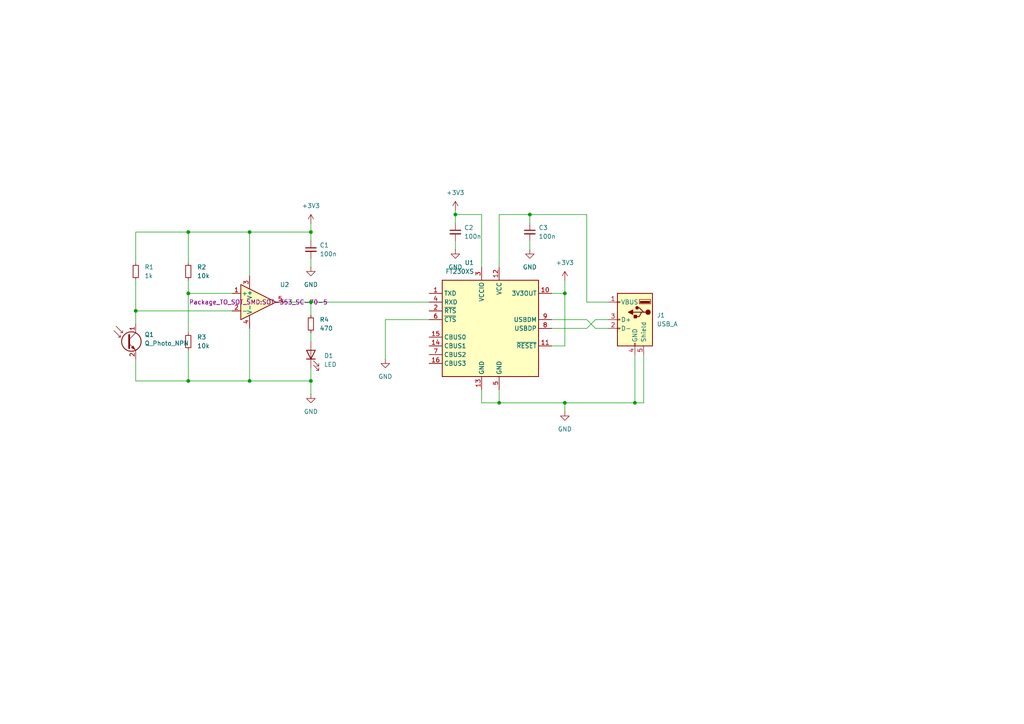
<source format=kicad_sch>
(kicad_sch (version 20231120) (generator "eeschema") (generator_version "8.0")
  (paper "A4")
  (lib_symbols
    (symbol "Connector:USB_A" (pin_names (offset 1.016))
      (property "Reference" "J" (at -5.08 11.43 0))
      (property "Value" "USB_A" (at -5.08 8.89 0))
      (symbol "USB_A_0_1"
        (rectangle (start -5.08 -7.62) (end 5.08 7.62) (stroke (width 0.254)) (fill (type background)))
        (circle (center -3.81 2.159) (radius 0.635) (stroke (width 0.254)) (fill (type outline)))
        (rectangle (start -1.524 4.826) (end -4.318 5.334) (fill (type outline)))
        (rectangle (start -1.27 4.572) (end -4.572 5.842))
        (circle (center -0.635 3.429) (radius 0.381) (stroke (width 0.254)) (fill (type outline)))
        (rectangle (start -0.127 -7.62) (end 0.127 -6.858))
        (polyline (pts (xy -3.175 2.159) (xy -2.54 2.159) (xy -1.27 3.429) (xy -0.635 3.429)) (stroke (width 0.254)))
        (polyline (pts (xy -2.54 2.159) (xy -1.905 2.159) (xy -1.27 0.889) (xy 0 0.889)) (stroke (width 0.254)))
        (polyline (pts (xy 0.635 2.794) (xy 0.635 1.524) (xy 1.905 2.159) (xy 0.635 2.794)) (stroke (width 0.254)) (fill (type outline)))
        (rectangle (start 0.254 1.27) (end -0.508 0.508) (stroke (width 0.254)) (fill (type outline)))
        (rectangle (start 5.08 -2.667) (end 4.318 -2.413))
        (rectangle (start 5.08 -0.127) (end 4.318 0.127))
        (rectangle (start 5.08 4.953) (end 4.318 5.207))
      )
      (symbol "USB_A_1_1"
        (polyline (pts (xy -1.905 2.159) (xy 0.635 2.159)) (stroke (width 0.254)))
        (pin power_in line (at 7.62 5.08 180) (length 2.54) (name "VBUS") (number "1"))
        (pin bidirectional line (at 7.62 -2.54 180) (length 2.54) (name "D-") (number "2"))
        (pin bidirectional line (at 7.62 0 180) (length 2.54) (name "D+") (number "3"))
        (pin power_in line (at 0 -10.16 90) (length 2.54) (name "GND") (number "4"))
        (pin passive line (at -2.54 -10.16 90) (length 2.54) (name "Shield") (number "5"))
      )
    )
    (symbol "Device:C_Small" (pin_numbers hide) (pin_names (offset 0.254) hide)
      (property "Reference" "C" (at 0.254 1.778 0))
      (property "Value" "C_Small" (at 0.254 -2.032 0))
      (symbol "C_Small_0_1"
        (polyline (pts (xy -1.524 -0.508) (xy 1.524 -0.508)) (stroke (width 0.3302)))
        (polyline (pts (xy -1.524 0.508) (xy 1.524 0.508)) (stroke (width 0.3048)))
      )
      (symbol "C_Small_1_1"
        (pin passive line (at 0 2.54 270) (length 2.032) (name "~") (number "1"))
        (pin passive line (at 0 -2.54 90) (length 2.032) (name "~") (number "2"))
      )
    )
    (symbol "Device:LED" (pin_numbers hide) (pin_names (offset 1.016) hide)
      (property "Reference" "D" (at 0 2.54 0))
      (property "Value" "LED" (at 0 -2.54 0))
      (symbol "LED_0_1"
        (polyline (pts (xy -1.27 -1.27) (xy -1.27 1.27)) (stroke (width 0.254)))
        (polyline (pts (xy -1.27 0) (xy 1.27 0)))
        (polyline (pts (xy 1.27 -1.27) (xy 1.27 1.27) (xy -1.27 0) (xy 1.27 -1.27)) (stroke (width 0.254)))
        (polyline (pts (xy -3.048 -0.762) (xy -4.572 -2.286) (xy -3.81 -2.286) (xy -4.572 -2.286) (xy -4.572 -1.524)))
        (polyline (pts (xy -1.778 -0.762) (xy -3.302 -2.286) (xy -2.54 -2.286) (xy -3.302 -2.286) (xy -3.302 -1.524)))
      )
      (symbol "LED_1_1"
        (pin passive line (at -3.81 0 0) (length 2.54) (name "K") (number "1"))
        (pin passive line (at 3.81 0 180) (length 2.54) (name "A") (number "2"))
      )
    )
    (symbol "Device:Q_Photo_NPN" (pin_names (offset 0) hide)
      (property "Reference" "Q" (at 5.08 1.27 0))
      (property "Value" "Q_Photo_NPN" (at 5.08 -1.27 0))
      (symbol "Q_Photo_NPN_0_1"
        (polyline (pts (xy -1.905 1.27) (xy -2.54 1.27)))
        (polyline (pts (xy -1.27 2.54) (xy -1.905 2.54)))
        (polyline (pts (xy 0.635 0.635) (xy 2.54 2.54)))
        (polyline (pts (xy -3.81 3.175) (xy -1.905 1.27) (xy -1.905 1.905)))
        (polyline (pts (xy -3.175 4.445) (xy -1.27 2.54) (xy -1.27 3.175)))
        (polyline (pts (xy 0.635 -0.635) (xy 2.54 -2.54) (xy 2.54 -2.54)))
        (polyline (pts (xy 0.635 1.905) (xy 0.635 -1.905) (xy 0.635 -1.905)) (stroke (width 0.508)))
        (polyline (pts (xy 1.27 -1.778) (xy 1.778 -1.27) (xy 2.286 -2.286) (xy 1.27 -1.778) (xy 1.27 -1.778)) (fill (type outline)))
        (circle (center 1.27 0) (radius 2.8194) (stroke (width 0.254)))
      )
      (symbol "Q_Photo_NPN_1_1"
        (pin passive line (at 2.54 5.08 270) (length 2.54) (name "C") (number "1"))
        (pin passive line (at 2.54 -5.08 90) (length 2.54) (name "E") (number "2"))
      )
    )
    (symbol "Device:R_Small" (pin_numbers hide) (pin_names (offset 0.254) hide)
      (property "Reference" "R" (at 0.762 0.508 0))
      (property "Value" "R_Small" (at 0.762 -1.016 0))
      (symbol "R_Small_0_1"
        (rectangle (start -0.762 1.778) (end 0.762 -1.778) (stroke (width 0.2032)))
      )
      (symbol "R_Small_1_1"
        (pin passive line (at 0 2.54 270) (length 0.762) (name "~") (number "1"))
        (pin passive line (at 0 -2.54 90) (length 0.762) (name "~") (number "2"))
      )
    )
    (symbol "Interface_USB:FT230XS"
      (property "Reference" "U" (at -13.97 15.24 0))
      (property "Value" "FT230XS" (at 7.62 15.24 0))
      (symbol "FT230XS_0_1"
        (rectangle (start -13.97 13.97) (end 13.97 -13.97) (stroke (width 0.254)) (fill (type background)))
      )
      (symbol "FT230XS_1_1"
        (pin output line (at 17.78 10.16 180) (length 3.81) (name "TXD") (number "1"))
        (pin power_out line (at -17.78 10.16 0) (length 3.81) (name "3V3OUT") (number "10"))
        (pin input line (at -17.78 -5.08 0) (length 3.81) (name "~{RESET}") (number "11"))
        (pin power_in line (at -2.54 17.78 270) (length 3.81) (name "VCC") (number "12"))
        (pin power_in line (at 2.54 -17.78 90) (length 3.81) (name "GND") (number "13"))
        (pin bidirectional line (at 17.78 -5.08 180) (length 3.81) (name "CBUS1") (number "14"))
        (pin bidirectional line (at 17.78 -2.54 180) (length 3.81) (name "CBUS0") (number "15"))
        (pin bidirectional line (at 17.78 -10.16 180) (length 3.81) (name "CBUS3") (number "16"))
        (pin output line (at 17.78 5.08 180) (length 3.81) (name "~{RTS}") (number "2"))
        (pin power_in line (at 2.54 17.78 270) (length 3.81) (name "VCCIO") (number "3"))
        (pin input line (at 17.78 7.62 180) (length 3.81) (name "RXD") (number "4"))
        (pin power_in line (at -2.54 -17.78 90) (length 3.81) (name "GND") (number "5"))
        (pin input line (at 17.78 2.54 180) (length 3.81) (name "~{CTS}") (number "6"))
        (pin bidirectional line (at 17.78 -7.62 180) (length 3.81) (name "CBUS2") (number "7"))
        (pin bidirectional line (at -17.78 0 0) (length 3.81) (name "USBDP") (number "8"))
        (pin bidirectional line (at -17.78 2.54 0) (length 3.81) (name "USBDM") (number "9"))
      )
    )
    (symbol "Simulation_SPICE:OPAMP" (pin_names (offset 0.254))
      (property "Reference" "U" (at 3.81 3.175 0))
      (property "Value" "${SIM.PARAMS}" (at 3.81 -3.175 0))
      (symbol "OPAMP_0_1"
        (polyline (pts (xy 5.08 0) (xy -5.08 5.08) (xy -5.08 -5.08) (xy 5.08 0)) (stroke (width 0.254)) (fill (type background)))
      )
      (symbol "OPAMP_1_1"
        (pin input line (at -7.62 2.54 0) (length 2.54) (name "+") (number "1"))
        (pin input line (at -7.62 -2.54 0) (length 2.54) (name "-") (number "2"))
        (pin power_in line (at -2.54 7.62 270) (length 3.81) (name "V+") (number "3"))
        (pin power_in line (at -2.54 -7.62 90) (length 3.81) (name "V-") (number "4"))
        (pin output line (at 7.62 0 180) (length 2.54) (name "~") (number "5"))
      )
    )
    (symbol "power:+3V3" (power) (pin_numbers hide) (pin_names (offset 0) hide)
      (property "Value" "+3V3" (at 0 3.556 0))
      (symbol "+3V3_0_1"
        (polyline (pts (xy -0.762 1.27) (xy 0 2.54)))
        (polyline (pts (xy 0 0) (xy 0 2.54)))
        (polyline (pts (xy 0 2.54) (xy 0.762 1.27)))
      )
      (symbol "+3V3_1_1"
        (pin power_in line (at 0 0 90) (length 0) (name "~") (number "1"))
      )
    )
    (symbol "power:GND" (power) (pin_numbers hide) (pin_names (offset 0) hide)
      (property "Value" "GND" (at 0 -3.81 0))
      (symbol "GND_0_1"
        (polyline (pts (xy 0 0) (xy 0 -1.27) (xy 1.27 -1.27) (xy 0 -2.54) (xy -1.27 -1.27) (xy 0 -1.27)))
      )
      (symbol "GND_1_1"
        (pin power_in line (at 0 0 270) (length 0) (name "~") (number "1"))
      )
    )
  )
  (junction (at 90.17 67.31))
  (junction (at 54.61 110.49))
  (junction (at 153.67 62.23))
  (junction (at 39.37 90.17))
  (junction (at 72.39 67.31))
  (junction (at 54.61 67.31))
  (junction (at 90.17 87.63))
  (junction (at 90.17 110.49))
  (junction (at 144.78 116.84))
  (junction (at 132.08 62.23))
  (junction (at 54.61 85.09))
  (junction (at 163.83 116.84))
  (junction (at 163.83 85.09))
  (junction (at 72.39 110.49))
  (junction (at 184.15 116.84))
  (wire (pts (xy 186.69 102.87) (xy 186.69 116.84)))
  (wire (pts (xy 163.83 85.09) (xy 160.02 85.09)))
  (wire (pts (xy 90.17 106.68) (xy 90.17 110.49)))
  (wire (pts (xy 90.17 74.93) (xy 90.17 77.47)))
  (wire (pts (xy 39.37 67.31) (xy 39.37 76.2)))
  (wire (pts (xy 54.61 67.31) (xy 54.61 76.2)))
  (wire (pts (xy 144.78 113.03) (xy 144.78 116.84)))
  (wire (pts (xy 170.18 95.25) (xy 172.72 92.71)))
  (wire (pts (xy 176.53 87.63) (xy 170.18 87.63)))
  (wire (pts (xy 139.7 62.23) (xy 139.7 77.47)))
  (wire (pts (xy 144.78 116.84) (xy 163.83 116.84)))
  (wire (pts (xy 82.55 87.63) (xy 90.17 87.63)))
  (wire (pts (xy 153.67 69.85) (xy 153.67 72.39)))
  (wire (pts (xy 90.17 87.63) (xy 124.46 87.63)))
  (wire (pts (xy 170.18 92.71) (xy 172.72 95.25)))
  (wire (pts (xy 153.67 62.23) (xy 153.67 64.77)))
  (wire (pts (xy 54.61 85.09) (xy 67.31 85.09)))
  (wire (pts (xy 39.37 90.17) (xy 67.31 90.17)))
  (wire (pts (xy 90.17 110.49) (xy 72.39 110.49)))
  (wire (pts (xy 39.37 90.17) (xy 39.37 93.98)))
  (wire (pts (xy 170.18 62.23) (xy 170.18 87.63)))
  (wire (pts (xy 139.7 116.84) (xy 139.7 113.03)))
  (wire (pts (xy 144.78 62.23) (xy 153.67 62.23)))
  (wire (pts (xy 90.17 96.52) (xy 90.17 99.06)))
  (wire (pts (xy 160.02 100.33) (xy 163.83 100.33)))
  (wire (pts (xy 90.17 64.77) (xy 90.17 67.31)))
  (wire (pts (xy 163.83 100.33) (xy 163.83 85.09)))
  (wire (pts (xy 139.7 62.23) (xy 132.08 62.23)))
  (wire (pts (xy 54.61 85.09) (xy 54.61 96.52)))
  (wire (pts (xy 160.02 92.71) (xy 170.18 92.71)))
  (wire (pts (xy 39.37 104.14) (xy 39.37 110.49)))
  (wire (pts (xy 72.39 110.49) (xy 54.61 110.49)))
  (wire (pts (xy 132.08 60.96) (xy 132.08 62.23)))
  (wire (pts (xy 184.15 116.84) (xy 186.69 116.84)))
  (wire (pts (xy 132.08 69.85) (xy 132.08 72.39)))
  (wire (pts (xy 163.83 116.84) (xy 184.15 116.84)))
  (wire (pts (xy 184.15 102.87) (xy 184.15 116.84)))
  (wire (pts (xy 90.17 67.31) (xy 90.17 69.85)))
  (wire (pts (xy 163.83 81.28) (xy 163.83 85.09)))
  (wire (pts (xy 39.37 110.49) (xy 54.61 110.49)))
  (wire (pts (xy 54.61 81.28) (xy 54.61 85.09)))
  (wire (pts (xy 132.08 62.23) (xy 132.08 64.77)))
  (wire (pts (xy 39.37 67.31) (xy 54.61 67.31)))
  (wire (pts (xy 90.17 67.31) (xy 72.39 67.31)))
  (wire (pts (xy 72.39 95.25) (xy 72.39 110.49)))
  (wire (pts (xy 54.61 67.31) (xy 72.39 67.31)))
  (wire (pts (xy 160.02 95.25) (xy 170.18 95.25)))
  (wire (pts (xy 163.83 116.84) (xy 163.83 119.38)))
  (wire (pts (xy 144.78 77.47) (xy 144.78 62.23)))
  (wire (pts (xy 172.72 92.71) (xy 176.53 92.71)))
  (wire (pts (xy 144.78 116.84) (xy 139.7 116.84)))
  (wire (pts (xy 124.46 92.71) (xy 111.76 92.71)))
  (wire (pts (xy 90.17 110.49) (xy 90.17 114.3)))
  (wire (pts (xy 54.61 101.6) (xy 54.61 110.49)))
  (wire (pts (xy 153.67 62.23) (xy 170.18 62.23)))
  (wire (pts (xy 111.76 92.71) (xy 111.76 104.14)))
  (wire (pts (xy 90.17 87.63) (xy 90.17 91.44)))
  (wire (pts (xy 72.39 67.31) (xy 72.39 80.01)))
  (wire (pts (xy 172.72 95.25) (xy 176.53 95.25)))
  (wire (pts (xy 39.37 81.28) (xy 39.37 90.17)))
  (symbol (lib_id "power:GND") (at 153.67 72.39 0) (mirror y) (unit 1)
    (property "Reference" "#PWR05" (effects (hide yes)))
    (property "Value" "GND" (at 153.67 77.47 0))
    (property "Description" "Power symbol creates a global label with name \"GND\" , ground" (effects (hide yes)))
  )
  (symbol (lib_id "power:GND") (at 163.83 119.38 0) (unit 1)
    (property "Reference" "#PWR09" (effects (hide yes)))
    (property "Value" "GND" (at 163.83 124.46 0))
    (property "Description" "Power symbol creates a global label with name \"GND\" , ground" (effects (hide yes)))
  )
  (symbol (lib_id "power:GND") (at 90.17 77.47 0) (unit 1)
    (property "Reference" "#PWR02" (effects (hide yes)))
    (property "Value" "GND" (at 90.17 82.55 0))
    (property "Description" "Power symbol creates a global label with name \"GND\" , ground" (effects (hide yes)))
  )
  (symbol (lib_id "Device:R_Small") (at 90.17 93.98 0) (unit 1)
    (property "Reference" "R4" (at 92.71 92.7099 0) (effects (justify left)))
    (property "Value" "470" (at 92.71 95.2499 0) (effects (justify left)))
    (property "Footprint" "Resistor_SMD:R_0402_1005Metric" (effects (hide yes)))
    (property "Description" "Resistor, small symbol" (effects (hide yes)))
  )
  (symbol (lib_id "Device:R_Small") (at 54.61 78.74 0) (unit 1)
    (property "Reference" "R2" (at 57.15 77.4699 0) (effects (justify left)))
    (property "Value" "10k" (at 57.15 80.0099 0) (effects (justify left)))
    (property "Footprint" "Resistor_SMD:R_0402_1005Metric" (effects (hide yes)))
    (property "Description" "Resistor, small symbol" (effects (hide yes)))
  )
  (symbol (lib_id "Device:R_Small") (at 54.61 99.06 0) (unit 1)
    (property "Reference" "R3" (at 57.15 97.7899 0) (effects (justify left)))
    (property "Value" "10k" (at 57.15 100.3299 0) (effects (justify left)))
    (property "Footprint" "Resistor_SMD:R_0402_1005Metric" (effects (hide yes)))
    (property "Description" "Resistor, small symbol" (effects (hide yes)))
  )
  (symbol (lib_id "Device:C_Small") (at 90.17 72.39 0) (unit 1)
    (property "Reference" "C1" (at 92.71 71.1262 0) (effects (justify left)))
    (property "Value" "100n" (at 92.71 73.6662 0) (effects (justify left)))
    (property "Footprint" "Capacitor_SMD:C_0402_1005Metric" (effects (hide yes)))
    (property "Description" "Unpolarized capacitor, small symbol" (effects (hide yes)))
  )
  (symbol (lib_id "Interface_USB:FT230XS") (at 142.24 95.25 0) (mirror y) (unit 1)
    (property "Reference" "U1" (at 137.5059 76.2 0) (effects (justify left)))
    (property "Value" "FT230XS" (at 137.5059 78.74 0) (effects (justify left)))
    (property "Footprint" "Package_SO:SSOP-16_3.9x4.9mm_P0.635mm" (effects (hide yes)))
    (property "Datasheet" "https://www.ftdichip.com/Support/Documents/DataSheets/ICs/DS_FT230X.pdf" (effects (hide yes)))
    (property "Description" "Full Speed USB to Basic UART, SSOP-16" (effects (hide yes)))
  )
  (symbol (lib_id "power:GND") (at 111.76 104.14 0) (unit 1)
    (property "Reference" "#PWR08" (effects (hide yes)))
    (property "Value" "GND" (at 111.76 109.22 0))
    (property "Description" "Power symbol creates a global label with name \"GND\" , ground" (effects (hide yes)))
  )
  (symbol (lib_id "Simulation_SPICE:OPAMP") (at 74.93 87.63 0) (unit 1)
    (property "Reference" "U2" (at 82.55 82.5814 0))
    (property "Value" "${SIM.PARAMS}" (at 82.55 84.4865 0))
    (property "Footprint" "Package_TO_SOT_SMD:SOT-353_SC-70-5" (at 74.93 87.63 0))
    (property "Datasheet" "https://ngspice.sourceforge.io/docs/ngspice-html-manual/manual.xhtml#sec__SUBCKT_Subcircuits" (effects (hide yes)))
    (property "Description" "Operational amplifier, single, node sequence=1:+ 2:- 3:OUT 4:V+ 5:V-" (effects (hide yes)))
    (property "Sim.Pins" "1=in+ 2=in- 3=vcc 4=vee 5=out" (effects (hide yes)))
    (property "Sim.Device" "SUBCKT" (effects (hide yes)))
    (property "Sim.Library" "${KICAD8_SYMBOL_DIR}/Simulation_SPICE.sp" (effects (hide yes)))
    (property "Sim.Name" "kicad_builtin_opamp" (effects (hide yes)))
  )
  (symbol (lib_id "power:GND") (at 132.08 72.39 0) (mirror y) (unit 1)
    (property "Reference" "#PWR06" (effects (hide yes)))
    (property "Value" "GND" (at 132.08 77.47 0))
    (property "Description" "Power symbol creates a global label with name \"GND\" , ground" (effects (hide yes)))
  )
  (symbol (lib_id "power:+3V3") (at 90.17 64.77 0) (unit 1)
    (property "Reference" "#PWR03" (effects (hide yes)))
    (property "Value" "+3V3" (at 90.17 59.69 0))
    (property "Description" "Power symbol creates a global label with name \"+3V3\"" (effects (hide yes)))
  )
  (symbol (lib_id "Connector:USB_A") (at 184.15 92.71 0) (mirror y) (unit 1)
    (property "Reference" "J1" (at 190.5 91.4399 0) (effects (justify right)))
    (property "Value" "USB_A" (at 190.5 93.9799 0) (effects (justify right)))
    (property "Footprint" "Connector_USB:USB_A_Molex_48037-2200_Horizontal" (effects (hide yes)))
    (property "Description" "USB Type A connector" (effects (hide yes)))
  )
  (symbol (lib_id "Device:C_Small") (at 153.67 67.31 0) (mirror y) (unit 1)
    (property "Reference" "C3" (at 156.21 66.0462 0) (effects (justify right)))
    (property "Value" "100n" (at 156.21 68.5862 0) (effects (justify right)))
    (property "Footprint" "Capacitor_SMD:C_0402_1005Metric" (effects (hide yes)))
    (property "Description" "Unpolarized capacitor, small symbol" (effects (hide yes)))
  )
  (symbol (lib_id "Device:C_Small") (at 132.08 67.31 0) (mirror y) (unit 1)
    (property "Reference" "C2" (at 134.62 66.0462 0) (effects (justify right)))
    (property "Value" "100n" (at 134.62 68.5862 0) (effects (justify right)))
    (property "Footprint" "Capacitor_SMD:C_0402_1005Metric" (effects (hide yes)))
    (property "Description" "Unpolarized capacitor, small symbol" (effects (hide yes)))
  )
  (symbol (lib_id "power:+3V3") (at 163.83 81.28 0) (mirror y) (unit 1)
    (property "Reference" "#PWR07" (effects (hide yes)))
    (property "Value" "+3V3" (at 163.83 76.2 0))
    (property "Description" "Power symbol creates a global label with name \"+3V3\"" (effects (hide yes)))
  )
  (symbol (lib_id "power:GND") (at 90.17 114.3 0) (unit 1)
    (property "Reference" "#PWR01" (effects (hide yes)))
    (property "Value" "GND" (at 90.17 119.38 0))
    (property "Description" "Power symbol creates a global label with name \"GND\" , ground" (effects (hide yes)))
  )
  (symbol (lib_id "Device:Q_Photo_NPN") (at 36.83 99.06 0) (unit 1)
    (property "Reference" "Q1" (at 41.91 97.0406 0) (effects (justify left)))
    (property "Value" "Q_Photo_NPN" (at 41.91 99.5806 0) (effects (justify left)))
    (property "Footprint" "LED_SMD:LED_0805_2012Metric" (effects (hide yes)))
    (property "Description" "NPN phototransistor, collector/emitter" (effects (hide yes)))
  )
  (symbol (lib_id "power:+3V3") (at 132.08 60.96 0) (mirror y) (unit 1)
    (property "Reference" "#PWR04" (effects (hide yes)))
    (property "Value" "+3V3" (at 132.08 55.88 0))
    (property "Description" "Power symbol creates a global label with name \"+3V3\"" (effects (hide yes)))
  )
  (symbol (lib_id "Device:LED") (at 90.17 102.87 90) (unit 1)
    (property "Reference" "D1" (at 93.98 103.1874 90) (effects (justify right)))
    (property "Value" "LED" (at 93.98 105.7274 90) (effects (justify right)))
    (property "Footprint" "LED_SMD:LED_0402_1005Metric" (effects (hide yes)))
    (property "Description" "Light emitting diode" (effects (hide yes)))
  )
  (symbol (lib_id "Device:R_Small") (at 39.37 78.74 0) (unit 1)
    (property "Reference" "R1" (at 41.91 77.4699 0) (effects (justify left)))
    (property "Value" "1k" (at 41.91 80.0099 0) (effects (justify left)))
    (property "Footprint" "Resistor_SMD:R_0402_1005Metric" (effects (hide yes)))
    (property "Description" "Resistor, small symbol" (effects (hide yes)))
  )
)
</source>
